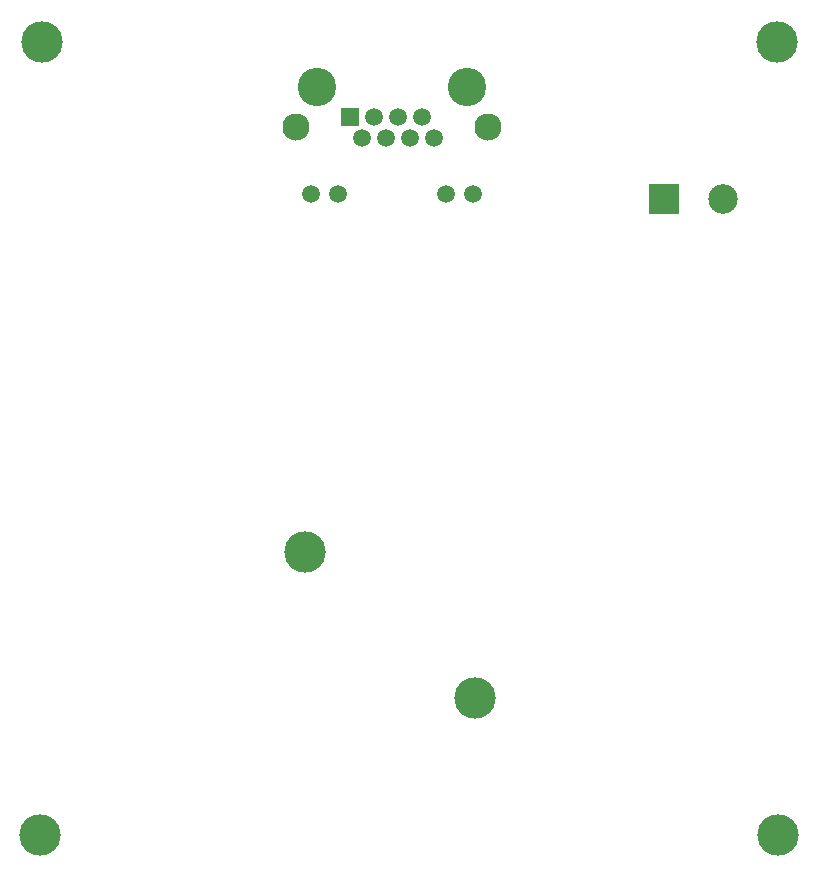
<source format=gbr>
%TF.GenerationSoftware,KiCad,Pcbnew,7.0.9*%
%TF.CreationDate,2024-06-23T11:57:03-04:00*%
%TF.ProjectId,WIRED-Seek-Board-revA1,57495245-442d-4536-9565-6b2d426f6172,Rev A1*%
%TF.SameCoordinates,Original*%
%TF.FileFunction,Soldermask,Bot*%
%TF.FilePolarity,Negative*%
%FSLAX46Y46*%
G04 Gerber Fmt 4.6, Leading zero omitted, Abs format (unit mm)*
G04 Created by KiCad (PCBNEW 7.0.9) date 2024-06-23 11:57:03*
%MOMM*%
%LPD*%
G01*
G04 APERTURE LIST*
%ADD10C,3.500000*%
%ADD11R,2.500000X2.500000*%
%ADD12C,2.500000*%
%ADD13C,3.250000*%
%ADD14R,1.500000X1.500000*%
%ADD15C,1.500000*%
%ADD16C,2.300000*%
G04 APERTURE END LIST*
D10*
%TO.C,H2*%
X186944000Y-70866000D03*
%TD*%
%TO.C,H5*%
X146989800Y-114096800D03*
%TD*%
D11*
%TO.C,J3*%
X177422800Y-84226400D03*
D12*
X182422800Y-84226400D03*
%TD*%
D10*
%TO.C,H3*%
X187076000Y-138084000D03*
%TD*%
D13*
%TO.C,J2*%
X148031200Y-74676000D03*
X160731200Y-74676000D03*
D14*
X150821200Y-77216000D03*
D15*
X151837200Y-78996000D03*
X152853200Y-77216000D03*
X153869200Y-78996000D03*
X154885200Y-77216000D03*
X155901200Y-78996000D03*
X156917200Y-77216000D03*
X157933200Y-78996000D03*
X147521200Y-83816000D03*
X149811200Y-83816000D03*
X158951200Y-83816000D03*
X161241200Y-83816000D03*
D16*
X146251200Y-78106000D03*
X162511200Y-78106000D03*
%TD*%
D10*
%TO.C,H1*%
X124714000Y-70866000D03*
%TD*%
%TO.C,H6*%
X161366200Y-126441200D03*
%TD*%
%TO.C,H4*%
X124592000Y-138084000D03*
%TD*%
M02*

</source>
